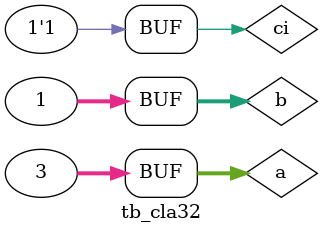
<source format=v>
module tb_cla32;
reg [31:0] a,b;
reg ci;
wire [31:0] s;
wire co;

cla32 u(a,~b,ci,s,co);
initial
begin
a = 32'h3; b = 32'h1; ci = 1; #4;
a = 32'h3; b = 32'h1; ci = 1; #4;
end
endmodule
</source>
